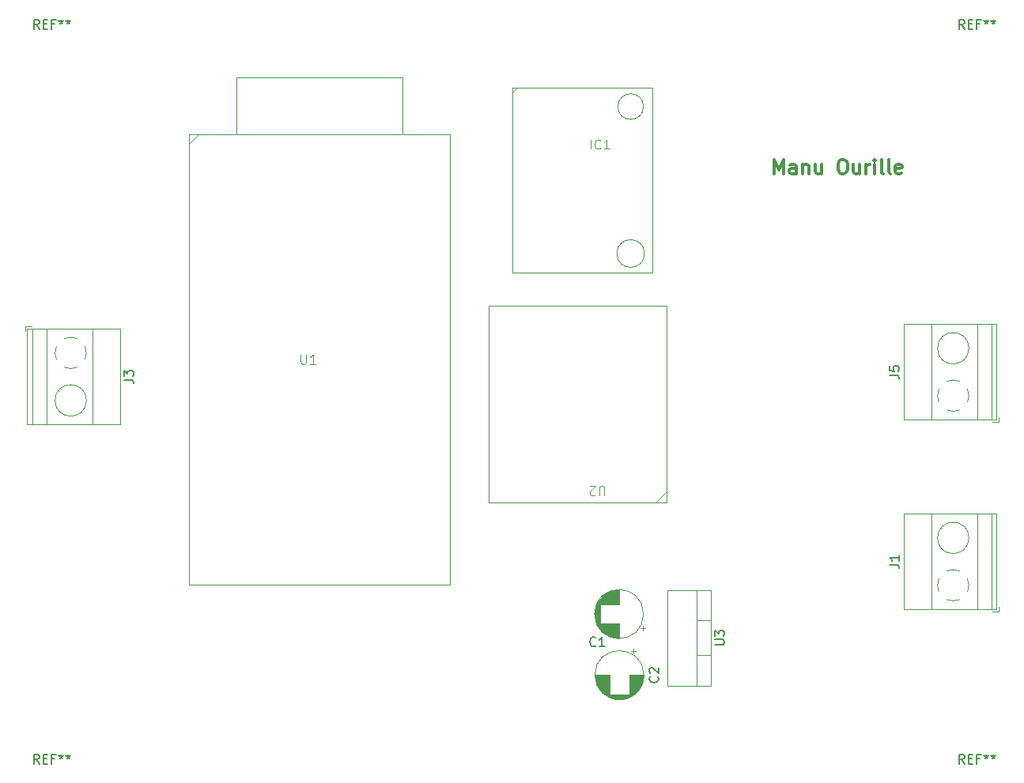
<source format=gbr>
%TF.GenerationSoftware,KiCad,Pcbnew,7.0.7*%
%TF.CreationDate,2024-04-18T13:26:18+02:00*%
%TF.ProjectId,Pendulo_invertido,50656e64-756c-46f5-9f69-6e7665727469,rev?*%
%TF.SameCoordinates,Original*%
%TF.FileFunction,Legend,Top*%
%TF.FilePolarity,Positive*%
%FSLAX46Y46*%
G04 Gerber Fmt 4.6, Leading zero omitted, Abs format (unit mm)*
G04 Created by KiCad (PCBNEW 7.0.7) date 2024-04-18 13:26:18*
%MOMM*%
%LPD*%
G01*
G04 APERTURE LIST*
%ADD10C,0.300000*%
%ADD11C,0.150000*%
%ADD12C,0.100000*%
%ADD13C,0.120000*%
G04 APERTURE END LIST*
D10*
X186554510Y-77800828D02*
X186554510Y-76300828D01*
X186554510Y-76300828D02*
X187054510Y-77372257D01*
X187054510Y-77372257D02*
X187554510Y-76300828D01*
X187554510Y-76300828D02*
X187554510Y-77800828D01*
X188911654Y-77800828D02*
X188911654Y-77015114D01*
X188911654Y-77015114D02*
X188840225Y-76872257D01*
X188840225Y-76872257D02*
X188697368Y-76800828D01*
X188697368Y-76800828D02*
X188411654Y-76800828D01*
X188411654Y-76800828D02*
X188268796Y-76872257D01*
X188911654Y-77729400D02*
X188768796Y-77800828D01*
X188768796Y-77800828D02*
X188411654Y-77800828D01*
X188411654Y-77800828D02*
X188268796Y-77729400D01*
X188268796Y-77729400D02*
X188197368Y-77586542D01*
X188197368Y-77586542D02*
X188197368Y-77443685D01*
X188197368Y-77443685D02*
X188268796Y-77300828D01*
X188268796Y-77300828D02*
X188411654Y-77229400D01*
X188411654Y-77229400D02*
X188768796Y-77229400D01*
X188768796Y-77229400D02*
X188911654Y-77157971D01*
X189625939Y-76800828D02*
X189625939Y-77800828D01*
X189625939Y-76943685D02*
X189697368Y-76872257D01*
X189697368Y-76872257D02*
X189840225Y-76800828D01*
X189840225Y-76800828D02*
X190054511Y-76800828D01*
X190054511Y-76800828D02*
X190197368Y-76872257D01*
X190197368Y-76872257D02*
X190268797Y-77015114D01*
X190268797Y-77015114D02*
X190268797Y-77800828D01*
X191625940Y-76800828D02*
X191625940Y-77800828D01*
X190983082Y-76800828D02*
X190983082Y-77586542D01*
X190983082Y-77586542D02*
X191054511Y-77729400D01*
X191054511Y-77729400D02*
X191197368Y-77800828D01*
X191197368Y-77800828D02*
X191411654Y-77800828D01*
X191411654Y-77800828D02*
X191554511Y-77729400D01*
X191554511Y-77729400D02*
X191625940Y-77657971D01*
X193768797Y-76300828D02*
X194054511Y-76300828D01*
X194054511Y-76300828D02*
X194197368Y-76372257D01*
X194197368Y-76372257D02*
X194340225Y-76515114D01*
X194340225Y-76515114D02*
X194411654Y-76800828D01*
X194411654Y-76800828D02*
X194411654Y-77300828D01*
X194411654Y-77300828D02*
X194340225Y-77586542D01*
X194340225Y-77586542D02*
X194197368Y-77729400D01*
X194197368Y-77729400D02*
X194054511Y-77800828D01*
X194054511Y-77800828D02*
X193768797Y-77800828D01*
X193768797Y-77800828D02*
X193625940Y-77729400D01*
X193625940Y-77729400D02*
X193483082Y-77586542D01*
X193483082Y-77586542D02*
X193411654Y-77300828D01*
X193411654Y-77300828D02*
X193411654Y-76800828D01*
X193411654Y-76800828D02*
X193483082Y-76515114D01*
X193483082Y-76515114D02*
X193625940Y-76372257D01*
X193625940Y-76372257D02*
X193768797Y-76300828D01*
X195697369Y-76800828D02*
X195697369Y-77800828D01*
X195054511Y-76800828D02*
X195054511Y-77586542D01*
X195054511Y-77586542D02*
X195125940Y-77729400D01*
X195125940Y-77729400D02*
X195268797Y-77800828D01*
X195268797Y-77800828D02*
X195483083Y-77800828D01*
X195483083Y-77800828D02*
X195625940Y-77729400D01*
X195625940Y-77729400D02*
X195697369Y-77657971D01*
X196411654Y-77800828D02*
X196411654Y-76800828D01*
X196411654Y-77086542D02*
X196483083Y-76943685D01*
X196483083Y-76943685D02*
X196554512Y-76872257D01*
X196554512Y-76872257D02*
X196697369Y-76800828D01*
X196697369Y-76800828D02*
X196840226Y-76800828D01*
X197340225Y-77800828D02*
X197340225Y-76800828D01*
X197340225Y-76300828D02*
X197268797Y-76372257D01*
X197268797Y-76372257D02*
X197340225Y-76443685D01*
X197340225Y-76443685D02*
X197411654Y-76372257D01*
X197411654Y-76372257D02*
X197340225Y-76300828D01*
X197340225Y-76300828D02*
X197340225Y-76443685D01*
X198268797Y-77800828D02*
X198125940Y-77729400D01*
X198125940Y-77729400D02*
X198054511Y-77586542D01*
X198054511Y-77586542D02*
X198054511Y-76300828D01*
X199054511Y-77800828D02*
X198911654Y-77729400D01*
X198911654Y-77729400D02*
X198840225Y-77586542D01*
X198840225Y-77586542D02*
X198840225Y-76300828D01*
X200197368Y-77729400D02*
X200054511Y-77800828D01*
X200054511Y-77800828D02*
X199768797Y-77800828D01*
X199768797Y-77800828D02*
X199625939Y-77729400D01*
X199625939Y-77729400D02*
X199554511Y-77586542D01*
X199554511Y-77586542D02*
X199554511Y-77015114D01*
X199554511Y-77015114D02*
X199625939Y-76872257D01*
X199625939Y-76872257D02*
X199768797Y-76800828D01*
X199768797Y-76800828D02*
X200054511Y-76800828D01*
X200054511Y-76800828D02*
X200197368Y-76872257D01*
X200197368Y-76872257D02*
X200268797Y-77015114D01*
X200268797Y-77015114D02*
X200268797Y-77157971D01*
X200268797Y-77157971D02*
X199554511Y-77300828D01*
D11*
X107886666Y-141034819D02*
X107553333Y-140558628D01*
X107315238Y-141034819D02*
X107315238Y-140034819D01*
X107315238Y-140034819D02*
X107696190Y-140034819D01*
X107696190Y-140034819D02*
X107791428Y-140082438D01*
X107791428Y-140082438D02*
X107839047Y-140130057D01*
X107839047Y-140130057D02*
X107886666Y-140225295D01*
X107886666Y-140225295D02*
X107886666Y-140368152D01*
X107886666Y-140368152D02*
X107839047Y-140463390D01*
X107839047Y-140463390D02*
X107791428Y-140511009D01*
X107791428Y-140511009D02*
X107696190Y-140558628D01*
X107696190Y-140558628D02*
X107315238Y-140558628D01*
X108315238Y-140511009D02*
X108648571Y-140511009D01*
X108791428Y-141034819D02*
X108315238Y-141034819D01*
X108315238Y-141034819D02*
X108315238Y-140034819D01*
X108315238Y-140034819D02*
X108791428Y-140034819D01*
X109553333Y-140511009D02*
X109220000Y-140511009D01*
X109220000Y-141034819D02*
X109220000Y-140034819D01*
X109220000Y-140034819D02*
X109696190Y-140034819D01*
X110220000Y-140034819D02*
X110220000Y-140272914D01*
X109981905Y-140177676D02*
X110220000Y-140272914D01*
X110220000Y-140272914D02*
X110458095Y-140177676D01*
X110077143Y-140463390D02*
X110220000Y-140272914D01*
X110220000Y-140272914D02*
X110362857Y-140463390D01*
X110981905Y-140034819D02*
X110981905Y-140272914D01*
X110743810Y-140177676D02*
X110981905Y-140272914D01*
X110981905Y-140272914D02*
X111220000Y-140177676D01*
X110839048Y-140463390D02*
X110981905Y-140272914D01*
X110981905Y-140272914D02*
X111124762Y-140463390D01*
X206946666Y-62294819D02*
X206613333Y-61818628D01*
X206375238Y-62294819D02*
X206375238Y-61294819D01*
X206375238Y-61294819D02*
X206756190Y-61294819D01*
X206756190Y-61294819D02*
X206851428Y-61342438D01*
X206851428Y-61342438D02*
X206899047Y-61390057D01*
X206899047Y-61390057D02*
X206946666Y-61485295D01*
X206946666Y-61485295D02*
X206946666Y-61628152D01*
X206946666Y-61628152D02*
X206899047Y-61723390D01*
X206899047Y-61723390D02*
X206851428Y-61771009D01*
X206851428Y-61771009D02*
X206756190Y-61818628D01*
X206756190Y-61818628D02*
X206375238Y-61818628D01*
X207375238Y-61771009D02*
X207708571Y-61771009D01*
X207851428Y-62294819D02*
X207375238Y-62294819D01*
X207375238Y-62294819D02*
X207375238Y-61294819D01*
X207375238Y-61294819D02*
X207851428Y-61294819D01*
X208613333Y-61771009D02*
X208280000Y-61771009D01*
X208280000Y-62294819D02*
X208280000Y-61294819D01*
X208280000Y-61294819D02*
X208756190Y-61294819D01*
X209280000Y-61294819D02*
X209280000Y-61532914D01*
X209041905Y-61437676D02*
X209280000Y-61532914D01*
X209280000Y-61532914D02*
X209518095Y-61437676D01*
X209137143Y-61723390D02*
X209280000Y-61532914D01*
X209280000Y-61532914D02*
X209422857Y-61723390D01*
X210041905Y-61294819D02*
X210041905Y-61532914D01*
X209803810Y-61437676D02*
X210041905Y-61532914D01*
X210041905Y-61532914D02*
X210280000Y-61437676D01*
X209899048Y-61723390D02*
X210041905Y-61532914D01*
X210041905Y-61532914D02*
X210184762Y-61723390D01*
X198934819Y-99393333D02*
X199649104Y-99393333D01*
X199649104Y-99393333D02*
X199791961Y-99440952D01*
X199791961Y-99440952D02*
X199887200Y-99536190D01*
X199887200Y-99536190D02*
X199934819Y-99679047D01*
X199934819Y-99679047D02*
X199934819Y-99774285D01*
X198934819Y-98440952D02*
X198934819Y-98917142D01*
X198934819Y-98917142D02*
X199411009Y-98964761D01*
X199411009Y-98964761D02*
X199363390Y-98917142D01*
X199363390Y-98917142D02*
X199315771Y-98821904D01*
X199315771Y-98821904D02*
X199315771Y-98583809D01*
X199315771Y-98583809D02*
X199363390Y-98488571D01*
X199363390Y-98488571D02*
X199411009Y-98440952D01*
X199411009Y-98440952D02*
X199506247Y-98393333D01*
X199506247Y-98393333D02*
X199744342Y-98393333D01*
X199744342Y-98393333D02*
X199839580Y-98440952D01*
X199839580Y-98440952D02*
X199887200Y-98488571D01*
X199887200Y-98488571D02*
X199934819Y-98583809D01*
X199934819Y-98583809D02*
X199934819Y-98821904D01*
X199934819Y-98821904D02*
X199887200Y-98917142D01*
X199887200Y-98917142D02*
X199839580Y-98964761D01*
D12*
X135882095Y-97197419D02*
X135882095Y-98006942D01*
X135882095Y-98006942D02*
X135929714Y-98102180D01*
X135929714Y-98102180D02*
X135977333Y-98149800D01*
X135977333Y-98149800D02*
X136072571Y-98197419D01*
X136072571Y-98197419D02*
X136263047Y-98197419D01*
X136263047Y-98197419D02*
X136358285Y-98149800D01*
X136358285Y-98149800D02*
X136405904Y-98102180D01*
X136405904Y-98102180D02*
X136453523Y-98006942D01*
X136453523Y-98006942D02*
X136453523Y-97197419D01*
X137453523Y-98197419D02*
X136882095Y-98197419D01*
X137167809Y-98197419D02*
X137167809Y-97197419D01*
X137167809Y-97197419D02*
X137072571Y-97340276D01*
X137072571Y-97340276D02*
X136977333Y-97435514D01*
X136977333Y-97435514D02*
X136882095Y-97483133D01*
D11*
X198934819Y-119713333D02*
X199649104Y-119713333D01*
X199649104Y-119713333D02*
X199791961Y-119760952D01*
X199791961Y-119760952D02*
X199887200Y-119856190D01*
X199887200Y-119856190D02*
X199934819Y-119999047D01*
X199934819Y-119999047D02*
X199934819Y-120094285D01*
X199934819Y-118713333D02*
X199934819Y-119284761D01*
X199934819Y-118999047D02*
X198934819Y-118999047D01*
X198934819Y-118999047D02*
X199077676Y-119094285D01*
X199077676Y-119094285D02*
X199172914Y-119189523D01*
X199172914Y-119189523D02*
X199220533Y-119284761D01*
D12*
X168401904Y-112302580D02*
X168401904Y-111493057D01*
X168401904Y-111493057D02*
X168354285Y-111397819D01*
X168354285Y-111397819D02*
X168306666Y-111350200D01*
X168306666Y-111350200D02*
X168211428Y-111302580D01*
X168211428Y-111302580D02*
X168020952Y-111302580D01*
X168020952Y-111302580D02*
X167925714Y-111350200D01*
X167925714Y-111350200D02*
X167878095Y-111397819D01*
X167878095Y-111397819D02*
X167830476Y-111493057D01*
X167830476Y-111493057D02*
X167830476Y-112302580D01*
X167401904Y-112207342D02*
X167354285Y-112254961D01*
X167354285Y-112254961D02*
X167259047Y-112302580D01*
X167259047Y-112302580D02*
X167020952Y-112302580D01*
X167020952Y-112302580D02*
X166925714Y-112254961D01*
X166925714Y-112254961D02*
X166878095Y-112207342D01*
X166878095Y-112207342D02*
X166830476Y-112112104D01*
X166830476Y-112112104D02*
X166830476Y-112016866D01*
X166830476Y-112016866D02*
X166878095Y-111874009D01*
X166878095Y-111874009D02*
X167449523Y-111302580D01*
X167449523Y-111302580D02*
X166830476Y-111302580D01*
D11*
X174109580Y-131711554D02*
X174157200Y-131759173D01*
X174157200Y-131759173D02*
X174204819Y-131902030D01*
X174204819Y-131902030D02*
X174204819Y-131997268D01*
X174204819Y-131997268D02*
X174157200Y-132140125D01*
X174157200Y-132140125D02*
X174061961Y-132235363D01*
X174061961Y-132235363D02*
X173966723Y-132282982D01*
X173966723Y-132282982D02*
X173776247Y-132330601D01*
X173776247Y-132330601D02*
X173633390Y-132330601D01*
X173633390Y-132330601D02*
X173442914Y-132282982D01*
X173442914Y-132282982D02*
X173347676Y-132235363D01*
X173347676Y-132235363D02*
X173252438Y-132140125D01*
X173252438Y-132140125D02*
X173204819Y-131997268D01*
X173204819Y-131997268D02*
X173204819Y-131902030D01*
X173204819Y-131902030D02*
X173252438Y-131759173D01*
X173252438Y-131759173D02*
X173300057Y-131711554D01*
X173300057Y-131330601D02*
X173252438Y-131282982D01*
X173252438Y-131282982D02*
X173204819Y-131187744D01*
X173204819Y-131187744D02*
X173204819Y-130949649D01*
X173204819Y-130949649D02*
X173252438Y-130854411D01*
X173252438Y-130854411D02*
X173300057Y-130806792D01*
X173300057Y-130806792D02*
X173395295Y-130759173D01*
X173395295Y-130759173D02*
X173490533Y-130759173D01*
X173490533Y-130759173D02*
X173633390Y-130806792D01*
X173633390Y-130806792D02*
X174204819Y-131378220D01*
X174204819Y-131378220D02*
X174204819Y-130759173D01*
X180224819Y-128301904D02*
X181034342Y-128301904D01*
X181034342Y-128301904D02*
X181129580Y-128254285D01*
X181129580Y-128254285D02*
X181177200Y-128206666D01*
X181177200Y-128206666D02*
X181224819Y-128111428D01*
X181224819Y-128111428D02*
X181224819Y-127920952D01*
X181224819Y-127920952D02*
X181177200Y-127825714D01*
X181177200Y-127825714D02*
X181129580Y-127778095D01*
X181129580Y-127778095D02*
X181034342Y-127730476D01*
X181034342Y-127730476D02*
X180224819Y-127730476D01*
X180224819Y-127349523D02*
X180224819Y-126730476D01*
X180224819Y-126730476D02*
X180605771Y-127063809D01*
X180605771Y-127063809D02*
X180605771Y-126920952D01*
X180605771Y-126920952D02*
X180653390Y-126825714D01*
X180653390Y-126825714D02*
X180701009Y-126778095D01*
X180701009Y-126778095D02*
X180796247Y-126730476D01*
X180796247Y-126730476D02*
X181034342Y-126730476D01*
X181034342Y-126730476D02*
X181129580Y-126778095D01*
X181129580Y-126778095D02*
X181177200Y-126825714D01*
X181177200Y-126825714D02*
X181224819Y-126920952D01*
X181224819Y-126920952D02*
X181224819Y-127206666D01*
X181224819Y-127206666D02*
X181177200Y-127301904D01*
X181177200Y-127301904D02*
X181129580Y-127349523D01*
X206946666Y-141034819D02*
X206613333Y-140558628D01*
X206375238Y-141034819D02*
X206375238Y-140034819D01*
X206375238Y-140034819D02*
X206756190Y-140034819D01*
X206756190Y-140034819D02*
X206851428Y-140082438D01*
X206851428Y-140082438D02*
X206899047Y-140130057D01*
X206899047Y-140130057D02*
X206946666Y-140225295D01*
X206946666Y-140225295D02*
X206946666Y-140368152D01*
X206946666Y-140368152D02*
X206899047Y-140463390D01*
X206899047Y-140463390D02*
X206851428Y-140511009D01*
X206851428Y-140511009D02*
X206756190Y-140558628D01*
X206756190Y-140558628D02*
X206375238Y-140558628D01*
X207375238Y-140511009D02*
X207708571Y-140511009D01*
X207851428Y-141034819D02*
X207375238Y-141034819D01*
X207375238Y-141034819D02*
X207375238Y-140034819D01*
X207375238Y-140034819D02*
X207851428Y-140034819D01*
X208613333Y-140511009D02*
X208280000Y-140511009D01*
X208280000Y-141034819D02*
X208280000Y-140034819D01*
X208280000Y-140034819D02*
X208756190Y-140034819D01*
X209280000Y-140034819D02*
X209280000Y-140272914D01*
X209041905Y-140177676D02*
X209280000Y-140272914D01*
X209280000Y-140272914D02*
X209518095Y-140177676D01*
X209137143Y-140463390D02*
X209280000Y-140272914D01*
X209280000Y-140272914D02*
X209422857Y-140463390D01*
X210041905Y-140034819D02*
X210041905Y-140272914D01*
X209803810Y-140177676D02*
X210041905Y-140272914D01*
X210041905Y-140272914D02*
X210280000Y-140177676D01*
X209899048Y-140463390D02*
X210041905Y-140272914D01*
X210041905Y-140272914D02*
X210184762Y-140463390D01*
X107886666Y-62294819D02*
X107553333Y-61818628D01*
X107315238Y-62294819D02*
X107315238Y-61294819D01*
X107315238Y-61294819D02*
X107696190Y-61294819D01*
X107696190Y-61294819D02*
X107791428Y-61342438D01*
X107791428Y-61342438D02*
X107839047Y-61390057D01*
X107839047Y-61390057D02*
X107886666Y-61485295D01*
X107886666Y-61485295D02*
X107886666Y-61628152D01*
X107886666Y-61628152D02*
X107839047Y-61723390D01*
X107839047Y-61723390D02*
X107791428Y-61771009D01*
X107791428Y-61771009D02*
X107696190Y-61818628D01*
X107696190Y-61818628D02*
X107315238Y-61818628D01*
X108315238Y-61771009D02*
X108648571Y-61771009D01*
X108791428Y-62294819D02*
X108315238Y-62294819D01*
X108315238Y-62294819D02*
X108315238Y-61294819D01*
X108315238Y-61294819D02*
X108791428Y-61294819D01*
X109553333Y-61771009D02*
X109220000Y-61771009D01*
X109220000Y-62294819D02*
X109220000Y-61294819D01*
X109220000Y-61294819D02*
X109696190Y-61294819D01*
X110220000Y-61294819D02*
X110220000Y-61532914D01*
X109981905Y-61437676D02*
X110220000Y-61532914D01*
X110220000Y-61532914D02*
X110458095Y-61437676D01*
X110077143Y-61723390D02*
X110220000Y-61532914D01*
X110220000Y-61532914D02*
X110362857Y-61723390D01*
X110981905Y-61294819D02*
X110981905Y-61532914D01*
X110743810Y-61437676D02*
X110981905Y-61532914D01*
X110981905Y-61532914D02*
X111220000Y-61437676D01*
X110839048Y-61723390D02*
X110981905Y-61532914D01*
X110981905Y-61532914D02*
X111124762Y-61723390D01*
D12*
X166928810Y-75147419D02*
X166928810Y-74147419D01*
X167976428Y-75052180D02*
X167928809Y-75099800D01*
X167928809Y-75099800D02*
X167785952Y-75147419D01*
X167785952Y-75147419D02*
X167690714Y-75147419D01*
X167690714Y-75147419D02*
X167547857Y-75099800D01*
X167547857Y-75099800D02*
X167452619Y-75004561D01*
X167452619Y-75004561D02*
X167405000Y-74909323D01*
X167405000Y-74909323D02*
X167357381Y-74718847D01*
X167357381Y-74718847D02*
X167357381Y-74575990D01*
X167357381Y-74575990D02*
X167405000Y-74385514D01*
X167405000Y-74385514D02*
X167452619Y-74290276D01*
X167452619Y-74290276D02*
X167547857Y-74195038D01*
X167547857Y-74195038D02*
X167690714Y-74147419D01*
X167690714Y-74147419D02*
X167785952Y-74147419D01*
X167785952Y-74147419D02*
X167928809Y-74195038D01*
X167928809Y-74195038D02*
X167976428Y-74242657D01*
X168928809Y-75147419D02*
X168357381Y-75147419D01*
X168643095Y-75147419D02*
X168643095Y-74147419D01*
X168643095Y-74147419D02*
X168547857Y-74290276D01*
X168547857Y-74290276D02*
X168452619Y-74385514D01*
X168452619Y-74385514D02*
X168357381Y-74433133D01*
D11*
X116966819Y-99901333D02*
X117681104Y-99901333D01*
X117681104Y-99901333D02*
X117823961Y-99948952D01*
X117823961Y-99948952D02*
X117919200Y-100044190D01*
X117919200Y-100044190D02*
X117966819Y-100187047D01*
X117966819Y-100187047D02*
X117966819Y-100282285D01*
X116966819Y-99520380D02*
X116966819Y-98901333D01*
X116966819Y-98901333D02*
X117347771Y-99234666D01*
X117347771Y-99234666D02*
X117347771Y-99091809D01*
X117347771Y-99091809D02*
X117395390Y-98996571D01*
X117395390Y-98996571D02*
X117443009Y-98948952D01*
X117443009Y-98948952D02*
X117538247Y-98901333D01*
X117538247Y-98901333D02*
X117776342Y-98901333D01*
X117776342Y-98901333D02*
X117871580Y-98948952D01*
X117871580Y-98948952D02*
X117919200Y-98996571D01*
X117919200Y-98996571D02*
X117966819Y-99091809D01*
X117966819Y-99091809D02*
X117966819Y-99377523D01*
X117966819Y-99377523D02*
X117919200Y-99472761D01*
X117919200Y-99472761D02*
X117871580Y-99520380D01*
X167473333Y-128375580D02*
X167425714Y-128423200D01*
X167425714Y-128423200D02*
X167282857Y-128470819D01*
X167282857Y-128470819D02*
X167187619Y-128470819D01*
X167187619Y-128470819D02*
X167044762Y-128423200D01*
X167044762Y-128423200D02*
X166949524Y-128327961D01*
X166949524Y-128327961D02*
X166901905Y-128232723D01*
X166901905Y-128232723D02*
X166854286Y-128042247D01*
X166854286Y-128042247D02*
X166854286Y-127899390D01*
X166854286Y-127899390D02*
X166901905Y-127708914D01*
X166901905Y-127708914D02*
X166949524Y-127613676D01*
X166949524Y-127613676D02*
X167044762Y-127518438D01*
X167044762Y-127518438D02*
X167187619Y-127470819D01*
X167187619Y-127470819D02*
X167282857Y-127470819D01*
X167282857Y-127470819D02*
X167425714Y-127518438D01*
X167425714Y-127518438D02*
X167473333Y-127566057D01*
X168425714Y-128470819D02*
X167854286Y-128470819D01*
X168140000Y-128470819D02*
X168140000Y-127470819D01*
X168140000Y-127470819D02*
X168044762Y-127613676D01*
X168044762Y-127613676D02*
X167949524Y-127708914D01*
X167949524Y-127708914D02*
X167854286Y-127756533D01*
D13*
%TO.C,J5*%
X209900000Y-104440000D02*
X210640000Y-104440000D01*
X210640000Y-104440000D02*
X210640000Y-103940000D01*
X200479000Y-104200000D02*
X210400000Y-104200000D01*
X200479000Y-104200000D02*
X200479000Y-93920000D01*
X203439000Y-104200000D02*
X203439000Y-93920000D01*
X208340000Y-104200000D02*
X208340000Y-93920000D01*
X209840000Y-104200000D02*
X209840000Y-93920000D01*
X210400000Y-104200000D02*
X210400000Y-93920000D01*
X206763000Y-97747000D02*
X206809000Y-97794000D01*
X206979000Y-97554000D02*
X207014000Y-97589000D01*
X204465000Y-95450000D02*
X204501000Y-95485000D01*
X204671000Y-95245000D02*
X204717000Y-95292000D01*
X200479000Y-93920000D02*
X210400000Y-93920000D01*
X205056001Y-103134999D02*
G75*
G03*
X206423042Y-103135426I684000J1534992D01*
G01*
X204205001Y-100916001D02*
G75*
G03*
X204204574Y-102283042I1534992J-684000D01*
G01*
X207274999Y-102284000D02*
G75*
G03*
X207420252Y-101571195I-1535000J683999D01*
G01*
X207419999Y-101600000D02*
G75*
G03*
X207274755Y-100916682I-1679999J0D01*
G01*
X206424000Y-100065000D02*
G75*
G03*
X205056958Y-100064574I-684000J-1535000D01*
G01*
X207420000Y-96520000D02*
G75*
G03*
X207420000Y-96520000I-1680000J0D01*
G01*
D12*
%TO.C,U1*%
X123944000Y-74626000D02*
X124960000Y-73610000D01*
X123944000Y-73610000D02*
X151884000Y-73610000D01*
X151884000Y-73610000D02*
X151884000Y-121870000D01*
X151884000Y-121870000D02*
X123944000Y-121870000D01*
X123944000Y-121870000D02*
X123944000Y-73610000D01*
X129024000Y-67514000D02*
X146804000Y-67514000D01*
X146804000Y-67514000D02*
X146804000Y-73610000D01*
X146804000Y-73610000D02*
X129024000Y-73610000D01*
X129024000Y-73610000D02*
X129024000Y-67514000D01*
D13*
%TO.C,J1*%
X209900000Y-124760000D02*
X210640000Y-124760000D01*
X210640000Y-124760000D02*
X210640000Y-124260000D01*
X200479000Y-124520000D02*
X210400000Y-124520000D01*
X200479000Y-124520000D02*
X200479000Y-114240000D01*
X203439000Y-124520000D02*
X203439000Y-114240000D01*
X208340000Y-124520000D02*
X208340000Y-114240000D01*
X209840000Y-124520000D02*
X209840000Y-114240000D01*
X210400000Y-124520000D02*
X210400000Y-114240000D01*
X206763000Y-118067000D02*
X206809000Y-118114000D01*
X206979000Y-117874000D02*
X207014000Y-117909000D01*
X204465000Y-115770000D02*
X204501000Y-115805000D01*
X204671000Y-115565000D02*
X204717000Y-115612000D01*
X200479000Y-114240000D02*
X210400000Y-114240000D01*
X205056001Y-123454999D02*
G75*
G03*
X206423042Y-123455426I684000J1534992D01*
G01*
X204205001Y-121236001D02*
G75*
G03*
X204204574Y-122603042I1534992J-684000D01*
G01*
X207274999Y-122604000D02*
G75*
G03*
X207420252Y-121891195I-1535000J683999D01*
G01*
X207419999Y-121920000D02*
G75*
G03*
X207274755Y-121236682I-1679999J0D01*
G01*
X206424000Y-120385000D02*
G75*
G03*
X205056958Y-120384574I-684000J-1535000D01*
G01*
X207420000Y-116840000D02*
G75*
G03*
X207420000Y-116840000I-1680000J0D01*
G01*
D12*
%TO.C,U2*%
X175025000Y-111898000D02*
X173882000Y-113041000D01*
X175025000Y-113041000D02*
X155975000Y-113041000D01*
X155975000Y-113041000D02*
X155975000Y-91959000D01*
X155975000Y-91959000D02*
X175025000Y-91959000D01*
X175025000Y-91959000D02*
X175025000Y-113041000D01*
D13*
%TO.C,C2*%
X171475000Y-128740113D02*
X171475000Y-129240113D01*
X171725000Y-128990113D02*
X171225000Y-128990113D01*
X172580000Y-131544888D02*
X171040000Y-131544888D01*
X168960000Y-131544888D02*
X167420000Y-131544888D01*
X172580000Y-131584888D02*
X171040000Y-131584888D01*
X168960000Y-131584888D02*
X167420000Y-131584888D01*
X172579000Y-131624888D02*
X171040000Y-131624888D01*
X168960000Y-131624888D02*
X167421000Y-131624888D01*
X172578000Y-131664888D02*
X171040000Y-131664888D01*
X168960000Y-131664888D02*
X167422000Y-131664888D01*
X172576000Y-131704888D02*
X171040000Y-131704888D01*
X168960000Y-131704888D02*
X167424000Y-131704888D01*
X172573000Y-131744888D02*
X171040000Y-131744888D01*
X168960000Y-131744888D02*
X167427000Y-131744888D01*
X172569000Y-131784888D02*
X171040000Y-131784888D01*
X168960000Y-131784888D02*
X167431000Y-131784888D01*
X172565000Y-131824888D02*
X171040000Y-131824888D01*
X168960000Y-131824888D02*
X167435000Y-131824888D01*
X172561000Y-131864888D02*
X171040000Y-131864888D01*
X168960000Y-131864888D02*
X167439000Y-131864888D01*
X172556000Y-131904888D02*
X171040000Y-131904888D01*
X168960000Y-131904888D02*
X167444000Y-131904888D01*
X172550000Y-131944888D02*
X171040000Y-131944888D01*
X168960000Y-131944888D02*
X167450000Y-131944888D01*
X172543000Y-131984888D02*
X171040000Y-131984888D01*
X168960000Y-131984888D02*
X167457000Y-131984888D01*
X172536000Y-132024888D02*
X171040000Y-132024888D01*
X168960000Y-132024888D02*
X167464000Y-132024888D01*
X172528000Y-132064888D02*
X171040000Y-132064888D01*
X168960000Y-132064888D02*
X167472000Y-132064888D01*
X172520000Y-132104888D02*
X171040000Y-132104888D01*
X168960000Y-132104888D02*
X167480000Y-132104888D01*
X172511000Y-132144888D02*
X171040000Y-132144888D01*
X168960000Y-132144888D02*
X167489000Y-132144888D01*
X172501000Y-132184888D02*
X171040000Y-132184888D01*
X168960000Y-132184888D02*
X167499000Y-132184888D01*
X172491000Y-132224888D02*
X171040000Y-132224888D01*
X168960000Y-132224888D02*
X167509000Y-132224888D01*
X172480000Y-132265888D02*
X171040000Y-132265888D01*
X168960000Y-132265888D02*
X167520000Y-132265888D01*
X172468000Y-132305888D02*
X171040000Y-132305888D01*
X168960000Y-132305888D02*
X167532000Y-132305888D01*
X172455000Y-132345888D02*
X171040000Y-132345888D01*
X168960000Y-132345888D02*
X167545000Y-132345888D01*
X172442000Y-132385888D02*
X171040000Y-132385888D01*
X168960000Y-132385888D02*
X167558000Y-132385888D01*
X172428000Y-132425888D02*
X171040000Y-132425888D01*
X168960000Y-132425888D02*
X167572000Y-132425888D01*
X172414000Y-132465888D02*
X171040000Y-132465888D01*
X168960000Y-132465888D02*
X167586000Y-132465888D01*
X172398000Y-132505888D02*
X171040000Y-132505888D01*
X168960000Y-132505888D02*
X167602000Y-132505888D01*
X172382000Y-132545888D02*
X171040000Y-132545888D01*
X168960000Y-132545888D02*
X167618000Y-132545888D01*
X172365000Y-132585888D02*
X171040000Y-132585888D01*
X168960000Y-132585888D02*
X167635000Y-132585888D01*
X172348000Y-132625888D02*
X171040000Y-132625888D01*
X168960000Y-132625888D02*
X167652000Y-132625888D01*
X172329000Y-132665888D02*
X171040000Y-132665888D01*
X168960000Y-132665888D02*
X167671000Y-132665888D01*
X172310000Y-132705888D02*
X171040000Y-132705888D01*
X168960000Y-132705888D02*
X167690000Y-132705888D01*
X172290000Y-132745888D02*
X171040000Y-132745888D01*
X168960000Y-132745888D02*
X167710000Y-132745888D01*
X172268000Y-132785888D02*
X171040000Y-132785888D01*
X168960000Y-132785888D02*
X167732000Y-132785888D01*
X172247000Y-132825888D02*
X171040000Y-132825888D01*
X168960000Y-132825888D02*
X167753000Y-132825888D01*
X172224000Y-132865888D02*
X171040000Y-132865888D01*
X168960000Y-132865888D02*
X167776000Y-132865888D01*
X172200000Y-132905888D02*
X171040000Y-132905888D01*
X168960000Y-132905888D02*
X167800000Y-132905888D01*
X172175000Y-132945888D02*
X171040000Y-132945888D01*
X168960000Y-132945888D02*
X167825000Y-132945888D01*
X172149000Y-132985888D02*
X171040000Y-132985888D01*
X168960000Y-132985888D02*
X167851000Y-132985888D01*
X172122000Y-133025888D02*
X171040000Y-133025888D01*
X168960000Y-133025888D02*
X167878000Y-133025888D01*
X172095000Y-133065888D02*
X171040000Y-133065888D01*
X168960000Y-133065888D02*
X167905000Y-133065888D01*
X172065000Y-133105888D02*
X171040000Y-133105888D01*
X168960000Y-133105888D02*
X167935000Y-133105888D01*
X172035000Y-133145888D02*
X171040000Y-133145888D01*
X168960000Y-133145888D02*
X167965000Y-133145888D01*
X172004000Y-133185888D02*
X171040000Y-133185888D01*
X168960000Y-133185888D02*
X167996000Y-133185888D01*
X171971000Y-133225888D02*
X171040000Y-133225888D01*
X168960000Y-133225888D02*
X168029000Y-133225888D01*
X171937000Y-133265888D02*
X171040000Y-133265888D01*
X168960000Y-133265888D02*
X168063000Y-133265888D01*
X171901000Y-133305888D02*
X171040000Y-133305888D01*
X168960000Y-133305888D02*
X168099000Y-133305888D01*
X171864000Y-133345888D02*
X171040000Y-133345888D01*
X168960000Y-133345888D02*
X168136000Y-133345888D01*
X171826000Y-133385888D02*
X171040000Y-133385888D01*
X168960000Y-133385888D02*
X168174000Y-133385888D01*
X171785000Y-133425888D02*
X171040000Y-133425888D01*
X168960000Y-133425888D02*
X168215000Y-133425888D01*
X171743000Y-133465888D02*
X171040000Y-133465888D01*
X168960000Y-133465888D02*
X168257000Y-133465888D01*
X171699000Y-133505888D02*
X171040000Y-133505888D01*
X168960000Y-133505888D02*
X168301000Y-133505888D01*
X171653000Y-133545888D02*
X171040000Y-133545888D01*
X168960000Y-133545888D02*
X168347000Y-133545888D01*
X171605000Y-133585888D02*
X168395000Y-133585888D01*
X171554000Y-133625888D02*
X168446000Y-133625888D01*
X171500000Y-133665888D02*
X168500000Y-133665888D01*
X171443000Y-133705888D02*
X168557000Y-133705888D01*
X171383000Y-133745888D02*
X168617000Y-133745888D01*
X171319000Y-133785888D02*
X168681000Y-133785888D01*
X171251000Y-133825888D02*
X168749000Y-133825888D01*
X171178000Y-133865888D02*
X168822000Y-133865888D01*
X171098000Y-133905888D02*
X168902000Y-133905888D01*
X171011000Y-133945888D02*
X168989000Y-133945888D01*
X170915000Y-133985888D02*
X169085000Y-133985888D01*
X170805000Y-134025888D02*
X169195000Y-134025888D01*
X170677000Y-134065888D02*
X169323000Y-134065888D01*
X170518000Y-134105888D02*
X169482000Y-134105888D01*
X170284000Y-134145888D02*
X169716000Y-134145888D01*
X172620000Y-131544888D02*
G75*
G03*
X172620000Y-131544888I-2620000J0D01*
G01*
%TO.C,U3*%
X179770000Y-122420000D02*
X175129000Y-122420000D01*
X179770000Y-122420000D02*
X179770000Y-132660000D01*
X178260000Y-122420000D02*
X178260000Y-132660000D01*
X175129000Y-122420000D02*
X175129000Y-132660000D01*
X179770000Y-125690000D02*
X178260000Y-125690000D01*
X179770000Y-129391000D02*
X178260000Y-129391000D01*
X179770000Y-132660000D02*
X175129000Y-132660000D01*
D12*
%TO.C,IC1*%
X158507000Y-69102000D02*
X159015000Y-68594000D01*
X158507000Y-68594000D02*
X173493000Y-68594000D01*
X173493000Y-68594000D02*
X173493000Y-88406000D01*
X173493000Y-88406000D02*
X158507000Y-88406000D01*
X158507000Y-88406000D02*
X158507000Y-68594000D01*
X172574832Y-70626000D02*
G75*
G03*
X172574832Y-70626000I-1367832J0D01*
G01*
X172688062Y-86374000D02*
G75*
G03*
X172688062Y-86374000I-1481062J0D01*
G01*
D13*
%TO.C,J3*%
X107092000Y-94188000D02*
X106352000Y-94188000D01*
X106352000Y-94188000D02*
X106352000Y-94688000D01*
X116513000Y-94428000D02*
X106592000Y-94428000D01*
X116513000Y-94428000D02*
X116513000Y-104708000D01*
X113553000Y-94428000D02*
X113553000Y-104708000D01*
X108652000Y-94428000D02*
X108652000Y-104708000D01*
X107152000Y-94428000D02*
X107152000Y-104708000D01*
X106592000Y-94428000D02*
X106592000Y-104708000D01*
X110229000Y-100881000D02*
X110183000Y-100834000D01*
X110013000Y-101074000D02*
X109978000Y-101039000D01*
X112527000Y-103178000D02*
X112491000Y-103143000D01*
X112321000Y-103383000D02*
X112275000Y-103336000D01*
X116513000Y-104708000D02*
X106592000Y-104708000D01*
X111935999Y-95493001D02*
G75*
G03*
X110568958Y-95492574I-684000J-1534992D01*
G01*
X112786999Y-97711999D02*
G75*
G03*
X112787426Y-96344958I-1534992J684000D01*
G01*
X109717001Y-96344000D02*
G75*
G03*
X109571748Y-97056805I1535000J-683999D01*
G01*
X109572001Y-97028000D02*
G75*
G03*
X109717245Y-97711318I1679999J0D01*
G01*
X110568000Y-98563000D02*
G75*
G03*
X111935042Y-98563426I684000J1535000D01*
G01*
X112932000Y-102108000D02*
G75*
G03*
X112932000Y-102108000I-1680000J0D01*
G01*
%TO.C,C1*%
X172759888Y-126475000D02*
X172259888Y-126475000D01*
X172509888Y-126725000D02*
X172509888Y-126225000D01*
X169955113Y-127580000D02*
X169955113Y-126040000D01*
X169955113Y-123960000D02*
X169955113Y-122420000D01*
X169915113Y-127580000D02*
X169915113Y-126040000D01*
X169915113Y-123960000D02*
X169915113Y-122420000D01*
X169875113Y-127579000D02*
X169875113Y-126040000D01*
X169875113Y-123960000D02*
X169875113Y-122421000D01*
X169835113Y-127578000D02*
X169835113Y-126040000D01*
X169835113Y-123960000D02*
X169835113Y-122422000D01*
X169795113Y-127576000D02*
X169795113Y-126040000D01*
X169795113Y-123960000D02*
X169795113Y-122424000D01*
X169755113Y-127573000D02*
X169755113Y-126040000D01*
X169755113Y-123960000D02*
X169755113Y-122427000D01*
X169715113Y-127569000D02*
X169715113Y-126040000D01*
X169715113Y-123960000D02*
X169715113Y-122431000D01*
X169675113Y-127565000D02*
X169675113Y-126040000D01*
X169675113Y-123960000D02*
X169675113Y-122435000D01*
X169635113Y-127561000D02*
X169635113Y-126040000D01*
X169635113Y-123960000D02*
X169635113Y-122439000D01*
X169595113Y-127556000D02*
X169595113Y-126040000D01*
X169595113Y-123960000D02*
X169595113Y-122444000D01*
X169555113Y-127550000D02*
X169555113Y-126040000D01*
X169555113Y-123960000D02*
X169555113Y-122450000D01*
X169515113Y-127543000D02*
X169515113Y-126040000D01*
X169515113Y-123960000D02*
X169515113Y-122457000D01*
X169475113Y-127536000D02*
X169475113Y-126040000D01*
X169475113Y-123960000D02*
X169475113Y-122464000D01*
X169435113Y-127528000D02*
X169435113Y-126040000D01*
X169435113Y-123960000D02*
X169435113Y-122472000D01*
X169395113Y-127520000D02*
X169395113Y-126040000D01*
X169395113Y-123960000D02*
X169395113Y-122480000D01*
X169355113Y-127511000D02*
X169355113Y-126040000D01*
X169355113Y-123960000D02*
X169355113Y-122489000D01*
X169315113Y-127501000D02*
X169315113Y-126040000D01*
X169315113Y-123960000D02*
X169315113Y-122499000D01*
X169275113Y-127491000D02*
X169275113Y-126040000D01*
X169275113Y-123960000D02*
X169275113Y-122509000D01*
X169234113Y-127480000D02*
X169234113Y-126040000D01*
X169234113Y-123960000D02*
X169234113Y-122520000D01*
X169194113Y-127468000D02*
X169194113Y-126040000D01*
X169194113Y-123960000D02*
X169194113Y-122532000D01*
X169154113Y-127455000D02*
X169154113Y-126040000D01*
X169154113Y-123960000D02*
X169154113Y-122545000D01*
X169114113Y-127442000D02*
X169114113Y-126040000D01*
X169114113Y-123960000D02*
X169114113Y-122558000D01*
X169074113Y-127428000D02*
X169074113Y-126040000D01*
X169074113Y-123960000D02*
X169074113Y-122572000D01*
X169034113Y-127414000D02*
X169034113Y-126040000D01*
X169034113Y-123960000D02*
X169034113Y-122586000D01*
X168994113Y-127398000D02*
X168994113Y-126040000D01*
X168994113Y-123960000D02*
X168994113Y-122602000D01*
X168954113Y-127382000D02*
X168954113Y-126040000D01*
X168954113Y-123960000D02*
X168954113Y-122618000D01*
X168914113Y-127365000D02*
X168914113Y-126040000D01*
X168914113Y-123960000D02*
X168914113Y-122635000D01*
X168874113Y-127348000D02*
X168874113Y-126040000D01*
X168874113Y-123960000D02*
X168874113Y-122652000D01*
X168834113Y-127329000D02*
X168834113Y-126040000D01*
X168834113Y-123960000D02*
X168834113Y-122671000D01*
X168794113Y-127310000D02*
X168794113Y-126040000D01*
X168794113Y-123960000D02*
X168794113Y-122690000D01*
X168754113Y-127290000D02*
X168754113Y-126040000D01*
X168754113Y-123960000D02*
X168754113Y-122710000D01*
X168714113Y-127268000D02*
X168714113Y-126040000D01*
X168714113Y-123960000D02*
X168714113Y-122732000D01*
X168674113Y-127247000D02*
X168674113Y-126040000D01*
X168674113Y-123960000D02*
X168674113Y-122753000D01*
X168634113Y-127224000D02*
X168634113Y-126040000D01*
X168634113Y-123960000D02*
X168634113Y-122776000D01*
X168594113Y-127200000D02*
X168594113Y-126040000D01*
X168594113Y-123960000D02*
X168594113Y-122800000D01*
X168554113Y-127175000D02*
X168554113Y-126040000D01*
X168554113Y-123960000D02*
X168554113Y-122825000D01*
X168514113Y-127149000D02*
X168514113Y-126040000D01*
X168514113Y-123960000D02*
X168514113Y-122851000D01*
X168474113Y-127122000D02*
X168474113Y-126040000D01*
X168474113Y-123960000D02*
X168474113Y-122878000D01*
X168434113Y-127095000D02*
X168434113Y-126040000D01*
X168434113Y-123960000D02*
X168434113Y-122905000D01*
X168394113Y-127065000D02*
X168394113Y-126040000D01*
X168394113Y-123960000D02*
X168394113Y-122935000D01*
X168354113Y-127035000D02*
X168354113Y-126040000D01*
X168354113Y-123960000D02*
X168354113Y-122965000D01*
X168314113Y-127004000D02*
X168314113Y-126040000D01*
X168314113Y-123960000D02*
X168314113Y-122996000D01*
X168274113Y-126971000D02*
X168274113Y-126040000D01*
X168274113Y-123960000D02*
X168274113Y-123029000D01*
X168234113Y-126937000D02*
X168234113Y-126040000D01*
X168234113Y-123960000D02*
X168234113Y-123063000D01*
X168194113Y-126901000D02*
X168194113Y-126040000D01*
X168194113Y-123960000D02*
X168194113Y-123099000D01*
X168154113Y-126864000D02*
X168154113Y-126040000D01*
X168154113Y-123960000D02*
X168154113Y-123136000D01*
X168114113Y-126826000D02*
X168114113Y-126040000D01*
X168114113Y-123960000D02*
X168114113Y-123174000D01*
X168074113Y-126785000D02*
X168074113Y-126040000D01*
X168074113Y-123960000D02*
X168074113Y-123215000D01*
X168034113Y-126743000D02*
X168034113Y-126040000D01*
X168034113Y-123960000D02*
X168034113Y-123257000D01*
X167994113Y-126699000D02*
X167994113Y-126040000D01*
X167994113Y-123960000D02*
X167994113Y-123301000D01*
X167954113Y-126653000D02*
X167954113Y-126040000D01*
X167954113Y-123960000D02*
X167954113Y-123347000D01*
X167914113Y-126605000D02*
X167914113Y-123395000D01*
X167874113Y-126554000D02*
X167874113Y-123446000D01*
X167834113Y-126500000D02*
X167834113Y-123500000D01*
X167794113Y-126443000D02*
X167794113Y-123557000D01*
X167754113Y-126383000D02*
X167754113Y-123617000D01*
X167714113Y-126319000D02*
X167714113Y-123681000D01*
X167674113Y-126251000D02*
X167674113Y-123749000D01*
X167634113Y-126178000D02*
X167634113Y-123822000D01*
X167594113Y-126098000D02*
X167594113Y-123902000D01*
X167554113Y-126011000D02*
X167554113Y-123989000D01*
X167514113Y-125915000D02*
X167514113Y-124085000D01*
X167474113Y-125805000D02*
X167474113Y-124195000D01*
X167434113Y-125677000D02*
X167434113Y-124323000D01*
X167394113Y-125518000D02*
X167394113Y-124482000D01*
X167354113Y-125284000D02*
X167354113Y-124716000D01*
X172575113Y-125000000D02*
G75*
G03*
X172575113Y-125000000I-2620000J0D01*
G01*
%TD*%
M02*

</source>
